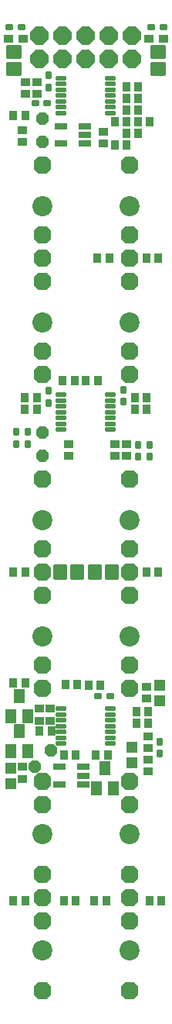
<source format=gbr>
%TF.GenerationSoftware,KiCad,Pcbnew,7.0.5-0*%
%TF.CreationDate,2023-09-10T13:34:50+02:00*%
%TF.ProjectId,kinks,6b696e6b-732e-46b6-9963-61645f706362,rev?*%
%TF.SameCoordinates,Original*%
%TF.FileFunction,Soldermask,Top*%
%TF.FilePolarity,Negative*%
%FSLAX46Y46*%
G04 Gerber Fmt 4.6, Leading zero omitted, Abs format (unit mm)*
G04 Created by KiCad (PCBNEW 7.0.5-0) date 2023-09-10 13:34:50*
%MOMM*%
%LPD*%
G01*
G04 APERTURE LIST*
G04 Aperture macros list*
%AMRoundRect*
0 Rectangle with rounded corners*
0 $1 Rounding radius*
0 $2 $3 $4 $5 $6 $7 $8 $9 X,Y pos of 4 corners*
0 Add a 4 corners polygon primitive as box body*
4,1,4,$2,$3,$4,$5,$6,$7,$8,$9,$2,$3,0*
0 Add four circle primitives for the rounded corners*
1,1,$1+$1,$2,$3*
1,1,$1+$1,$4,$5*
1,1,$1+$1,$6,$7*
1,1,$1+$1,$8,$9*
0 Add four rect primitives between the rounded corners*
20,1,$1+$1,$2,$3,$4,$5,0*
20,1,$1+$1,$4,$5,$6,$7,0*
20,1,$1+$1,$6,$7,$8,$9,0*
20,1,$1+$1,$8,$9,$2,$3,0*%
%AMFreePoly0*
4,1,25,0.417216,0.947373,0.422118,0.942882,0.942882,0.422118,0.964910,0.374877,0.965200,0.368236,0.965200,-0.368236,0.947373,-0.417216,0.942882,-0.422118,0.422118,-0.942882,0.374877,-0.964910,0.368236,-0.965200,-0.368236,-0.965200,-0.417216,-0.947373,-0.422118,-0.942882,-0.942882,-0.422118,-0.964910,-0.374877,-0.965200,-0.368236,-0.965200,0.368236,-0.947373,0.417216,-0.942882,0.422118,
-0.422118,0.942882,-0.374877,0.964910,-0.368236,0.965200,0.368236,0.965200,0.417216,0.947373,0.417216,0.947373,$1*%
%AMFreePoly1*
4,1,25,0.301485,0.667973,0.306387,0.663482,0.663482,0.306387,0.685510,0.259146,0.685800,0.252505,0.685800,-0.252505,0.667973,-0.301485,0.663482,-0.306387,0.306387,-0.663482,0.259146,-0.685510,0.252505,-0.685800,-0.252505,-0.685800,-0.301485,-0.667973,-0.306387,-0.663482,-0.663482,-0.306387,-0.685510,-0.259146,-0.685800,-0.252505,-0.685800,0.252505,-0.667973,0.301485,-0.663482,0.306387,
-0.306387,0.663482,-0.259146,0.685510,-0.252505,0.685800,0.252505,0.685800,0.301485,0.667973,0.301485,0.667973,$1*%
%AMFreePoly2*
4,1,25,0.438258,0.998173,0.443160,0.993682,0.993682,0.443160,1.015710,0.395919,1.016000,0.389278,1.016000,-0.389278,0.998173,-0.438258,0.993682,-0.443160,0.443160,-0.993682,0.395919,-1.015710,0.389278,-1.016000,-0.389278,-1.016000,-0.438258,-0.998173,-0.443160,-0.993682,-0.993682,-0.443160,-1.015710,-0.395919,-1.016000,-0.389278,-1.016000,0.389278,-0.998173,0.438258,-0.993682,0.443160,
-0.443160,0.993682,-0.395919,1.015710,-0.389278,1.016000,0.389278,1.016000,0.438258,0.998173,0.438258,0.998173,$1*%
G04 Aperture macros list end*
%ADD10RoundRect,0.076200X-0.250000X0.350000X-0.250000X-0.350000X0.250000X-0.350000X0.250000X0.350000X0*%
%ADD11RoundRect,0.076200X0.250000X-0.350000X0.250000X0.350000X-0.250000X0.350000X-0.250000X-0.350000X0*%
%ADD12RoundRect,0.076200X-0.350000X-0.250000X0.350000X-0.250000X0.350000X0.250000X-0.350000X0.250000X0*%
%ADD13RoundRect,0.076200X0.350000X0.250000X-0.350000X0.250000X-0.350000X-0.250000X0.350000X-0.250000X0*%
%ADD14RoundRect,0.076200X-0.350000X-0.450000X0.350000X-0.450000X0.350000X0.450000X-0.350000X0.450000X0*%
%ADD15RoundRect,0.076200X0.350000X0.450000X-0.350000X0.450000X-0.350000X-0.450000X0.350000X-0.450000X0*%
%ADD16RoundRect,0.076200X0.600000X-0.300000X0.600000X0.300000X-0.600000X0.300000X-0.600000X-0.300000X0*%
%ADD17RoundRect,0.076200X-0.450000X0.350000X-0.450000X-0.350000X0.450000X-0.350000X0.450000X0.350000X0*%
%ADD18RoundRect,0.076200X-0.495300X0.152400X-0.495300X-0.152400X0.495300X-0.152400X0.495300X0.152400X0*%
%ADD19C,2.200000*%
%ADD20FreePoly0,0.000000*%
%ADD21RoundRect,0.076200X0.425000X0.350000X-0.425000X0.350000X-0.425000X-0.350000X0.425000X-0.350000X0*%
%ADD22FreePoly0,180.000000*%
%ADD23RoundRect,0.076200X0.450000X-0.350000X0.450000X0.350000X-0.450000X0.350000X-0.450000X-0.350000X0*%
%ADD24RoundRect,0.076200X-0.500000X0.550000X-0.500000X-0.550000X0.500000X-0.550000X0.500000X0.550000X0*%
%ADD25RoundRect,0.076200X-0.750000X0.650000X-0.750000X-0.650000X0.750000X-0.650000X0.750000X0.650000X0*%
%ADD26RoundRect,0.076200X0.650000X0.750000X-0.650000X0.750000X-0.650000X-0.750000X0.650000X-0.750000X0*%
%ADD27FreePoly1,90.000000*%
%ADD28FreePoly1,225.000000*%
%ADD29RoundRect,0.076200X-0.500000X-0.700000X0.500000X-0.700000X0.500000X0.700000X-0.500000X0.700000X0*%
%ADD30RoundRect,0.076200X-0.425000X-0.350000X0.425000X-0.350000X0.425000X0.350000X-0.425000X0.350000X0*%
%ADD31RoundRect,0.076200X0.750000X-0.650000X0.750000X0.650000X-0.750000X0.650000X-0.750000X-0.650000X0*%
%ADD32FreePoly2,0.000000*%
G04 APERTURE END LIST*
D10*
%TO.C,D3*%
X144383600Y-58634150D03*
X144383600Y-57334150D03*
%TD*%
D11*
%TO.C,D6*%
X152638600Y-91682950D03*
X152638600Y-92982950D03*
%TD*%
D10*
%TO.C,D5*%
X144383600Y-93083050D03*
X144383600Y-91783050D03*
%TD*%
%TO.C,D10*%
X155496100Y-98956750D03*
X155496100Y-97656750D03*
%TD*%
%TO.C,D9*%
X154226100Y-98956750D03*
X154226100Y-97656750D03*
%TD*%
D12*
%TO.C,D1*%
X141432900Y-52060350D03*
X140132900Y-52060350D03*
%TD*%
%TO.C,D2*%
X156989800Y-52060450D03*
X155689800Y-52060450D03*
%TD*%
D11*
%TO.C,D12*%
X156607500Y-130100750D03*
X156607500Y-131400750D03*
%TD*%
%TO.C,D7*%
X140891100Y-96286750D03*
X140891100Y-97586750D03*
%TD*%
D13*
%TO.C,D4*%
X142969200Y-60395050D03*
X144269200Y-60395050D03*
%TD*%
D11*
%TO.C,D8*%
X142161100Y-96286750D03*
X142161100Y-97586750D03*
%TD*%
D13*
%TO.C,D11*%
X149874800Y-125085250D03*
X151174800Y-125085250D03*
%TD*%
D14*
%TO.C,R7*%
X151671100Y-62379250D03*
X152971100Y-62379250D03*
%TD*%
D15*
%TO.C,R17*%
X143128600Y-93811750D03*
X141828600Y-93811750D03*
%TD*%
%TO.C,R34*%
X141858600Y-147469250D03*
X140558600Y-147469250D03*
%TD*%
D16*
%TO.C,IC5*%
X148229500Y-134766750D03*
X148229500Y-133816750D03*
X148229500Y-132866750D03*
X145617500Y-132866750D03*
X145617500Y-134766750D03*
%TD*%
D17*
%TO.C,R27*%
X144542300Y-126499150D03*
X144542300Y-127799150D03*
%TD*%
D15*
%TO.C,R23*%
X156463600Y-111591750D03*
X155163600Y-111591750D03*
%TD*%
%TO.C,R36*%
X156781100Y-147469250D03*
X155481100Y-147469250D03*
%TD*%
D18*
%TO.C,IC4*%
X145793300Y-126514350D03*
X145793300Y-127149350D03*
X145793300Y-127784350D03*
X145793300Y-128419350D03*
X145793300Y-129054350D03*
X145793300Y-129689350D03*
X145793300Y-130324350D03*
X151228900Y-130324350D03*
X151228900Y-129689350D03*
X151228900Y-129054350D03*
X151228900Y-128419350D03*
X151228900Y-127784350D03*
X151228900Y-127149350D03*
X151228900Y-126514350D03*
%TD*%
D15*
%TO.C,C7*%
X147573600Y-123815450D03*
X146273600Y-123815450D03*
%TD*%
D19*
%TO.C,J8*%
X153273600Y-118576750D03*
D20*
X153273600Y-124291750D03*
X153273600Y-121751750D03*
X153273600Y-114131750D03*
%TD*%
D17*
%TO.C,R10*%
X141526100Y-63316750D03*
X141526100Y-64616750D03*
%TD*%
D21*
%TO.C,L2*%
X141632100Y-53330550D03*
X140032100Y-53330550D03*
%TD*%
D19*
%TO.C,J11*%
X143748600Y-152866750D03*
D22*
X143748600Y-147151750D03*
X143748600Y-149691750D03*
X143748600Y-157311750D03*
%TD*%
D23*
%TO.C,R33*%
X141526100Y-134149250D03*
X141526100Y-132849250D03*
%TD*%
D15*
%TO.C,R12*%
X152971100Y-64919250D03*
X151671100Y-64919250D03*
%TD*%
D14*
%TO.C,R22*%
X140558600Y-111591750D03*
X141858600Y-111591750D03*
%TD*%
D24*
%TO.C,C11*%
X153591100Y-130744250D03*
X153591100Y-132444250D03*
%TD*%
D19*
%TO.C,J3*%
X143748600Y-84286750D03*
D20*
X143748600Y-90001750D03*
X143748600Y-87461750D03*
X143748600Y-79841750D03*
%TD*%
D19*
%TO.C,J10*%
X153273600Y-140166750D03*
D22*
X153273600Y-134451750D03*
X153273600Y-136991750D03*
X153273600Y-144611750D03*
%TD*%
D18*
%TO.C,IC1*%
X145793300Y-57616750D03*
X145793300Y-58251750D03*
X145793300Y-58886750D03*
X145793300Y-59521750D03*
X145793300Y-60156750D03*
X145793300Y-60791750D03*
X145793300Y-61426750D03*
X151228900Y-61426750D03*
X151228900Y-60791750D03*
X151228900Y-60156750D03*
X151228900Y-59521750D03*
X151228900Y-58886750D03*
X151228900Y-58251750D03*
X151228900Y-57616750D03*
%TD*%
D17*
%TO.C,C10*%
X143431300Y-126499050D03*
X143431300Y-127799050D03*
%TD*%
D25*
%TO.C,C2*%
X140573400Y-54762050D03*
X140573400Y-56662050D03*
%TD*%
D23*
%TO.C,R19*%
X146606100Y-98906750D03*
X146606100Y-97606750D03*
%TD*%
D14*
%TO.C,R4*%
X152941100Y-59839250D03*
X154241100Y-59839250D03*
%TD*%
D26*
%TO.C,C5*%
X151366200Y-111591550D03*
X149466200Y-111591550D03*
%TD*%
D19*
%TO.C,J7*%
X143748600Y-118576750D03*
D20*
X143748600Y-124291750D03*
X143748600Y-121751750D03*
X143748600Y-114131750D03*
%TD*%
D15*
%TO.C,R29*%
X144716100Y-128895550D03*
X143416100Y-128895550D03*
%TD*%
%TO.C,C8*%
X150113600Y-123974250D03*
X148813600Y-123974250D03*
%TD*%
%TO.C,R28*%
X155352400Y-128101850D03*
X154052400Y-128101850D03*
%TD*%
D27*
%TO.C,LED2*%
X143748600Y-98891750D03*
X143748600Y-96351750D03*
%TD*%
D19*
%TO.C,J6*%
X153273600Y-105876750D03*
D20*
X153273600Y-111591750D03*
X153273600Y-109051750D03*
X153273600Y-101431750D03*
%TD*%
D16*
%TO.C,IC2*%
X148388300Y-64758050D03*
X148388300Y-63808050D03*
X148388300Y-62858050D03*
X145776300Y-62858050D03*
X145776300Y-64758050D03*
%TD*%
D23*
%TO.C,R25*%
X155178700Y-125417950D03*
X155178700Y-124117950D03*
%TD*%
D28*
%TO.C,LED3*%
X144646626Y-131013724D03*
X142850574Y-132809776D03*
%TD*%
D15*
%TO.C,C4*%
X149796200Y-90636750D03*
X148496200Y-90636750D03*
%TD*%
D17*
%TO.C,R21*%
X152956100Y-97606750D03*
X152956100Y-98906750D03*
%TD*%
D19*
%TO.C,J5*%
X143748600Y-105876750D03*
D20*
X143748600Y-111591750D03*
X143748600Y-109051750D03*
X143748600Y-101431750D03*
%TD*%
D19*
%TO.C,J2*%
X153273600Y-71586750D03*
D20*
X153273600Y-77301750D03*
X153273600Y-74761750D03*
X153273600Y-67141750D03*
%TD*%
D19*
%TO.C,J12*%
X153273600Y-152866750D03*
D22*
X153273600Y-147151750D03*
X153273600Y-149691750D03*
X153273600Y-157311750D03*
%TD*%
D15*
%TO.C,R35*%
X150748600Y-147469250D03*
X149448600Y-147469250D03*
%TD*%
D14*
%TO.C,R5*%
X152941100Y-61109250D03*
X154241100Y-61109250D03*
%TD*%
D29*
%TO.C,Q3*%
X149624700Y-135234150D03*
X151524700Y-135234150D03*
X150574700Y-133034150D03*
%TD*%
D15*
%TO.C,R26*%
X155352300Y-126831850D03*
X154052300Y-126831850D03*
%TD*%
D14*
%TO.C,R37*%
X146114900Y-147469350D03*
X147414900Y-147469350D03*
%TD*%
D23*
%TO.C,C12*%
X155337400Y-133355450D03*
X155337400Y-132055450D03*
%TD*%
D17*
%TO.C,R2*%
X141843600Y-58077950D03*
X141843600Y-59377950D03*
%TD*%
D14*
%TO.C,R31*%
X146114900Y-131594150D03*
X147414900Y-131594150D03*
%TD*%
D15*
%TO.C,R15*%
X143128600Y-92541750D03*
X141828600Y-92541750D03*
%TD*%
D14*
%TO.C,R24*%
X140558600Y-123656850D03*
X141858600Y-123656850D03*
%TD*%
D15*
%TO.C,R32*%
X150907200Y-131594150D03*
X149607200Y-131594150D03*
%TD*%
D14*
%TO.C,R9*%
X152941100Y-63649250D03*
X154241100Y-63649250D03*
%TD*%
%TO.C,R14*%
X155163600Y-77301750D03*
X156463600Y-77301750D03*
%TD*%
D15*
%TO.C,R6*%
X141858600Y-61744250D03*
X140558600Y-61744250D03*
%TD*%
D30*
%TO.C,L1*%
X155389800Y-53330450D03*
X156989800Y-53330450D03*
%TD*%
D27*
%TO.C,LED1*%
X143748600Y-64601750D03*
X143748600Y-62061750D03*
%TD*%
D23*
%TO.C,R11*%
X150416100Y-64775450D03*
X150416100Y-63475450D03*
%TD*%
D24*
%TO.C,C9*%
X156607300Y-123917950D03*
X156607300Y-125617950D03*
%TD*%
D15*
%TO.C,R13*%
X151066100Y-77301750D03*
X149766100Y-77301750D03*
%TD*%
%TO.C,C3*%
X147256100Y-90636750D03*
X145956100Y-90636750D03*
%TD*%
D29*
%TO.C,Q1*%
X140258600Y-127296750D03*
X141208600Y-125096750D03*
X142158600Y-127296750D03*
%TD*%
D24*
%TO.C,C13*%
X140256300Y-132966750D03*
X140256300Y-134666750D03*
%TD*%
D23*
%TO.C,R30*%
X155337400Y-130815450D03*
X155337400Y-129515450D03*
%TD*%
D19*
%TO.C,J9*%
X143748600Y-140166750D03*
D22*
X143748600Y-134451750D03*
X143748600Y-136991750D03*
X143748600Y-144611750D03*
%TD*%
D18*
%TO.C,IC3*%
X145793300Y-92224250D03*
X145793300Y-92859250D03*
X145793300Y-93494250D03*
X145793300Y-94129250D03*
X145793300Y-94764250D03*
X145793300Y-95399250D03*
X145793300Y-96034250D03*
X151228900Y-96034250D03*
X151228900Y-95399250D03*
X151228900Y-94764250D03*
X151228900Y-94129250D03*
X151228900Y-93494250D03*
X151228900Y-92859250D03*
X151228900Y-92224250D03*
%TD*%
D14*
%TO.C,R18*%
X153893600Y-93811750D03*
X155193600Y-93811750D03*
%TD*%
D19*
%TO.C,J4*%
X153273600Y-84286750D03*
D20*
X153273600Y-90001750D03*
X153273600Y-87461750D03*
X153273600Y-79841750D03*
%TD*%
D14*
%TO.C,R8*%
X154211100Y-62379250D03*
X155511100Y-62379250D03*
%TD*%
D29*
%TO.C,Q2*%
X140258700Y-131106650D03*
X141208700Y-128906650D03*
X142158700Y-131106650D03*
%TD*%
D23*
%TO.C,R3*%
X143113600Y-59377950D03*
X143113600Y-58077950D03*
%TD*%
D26*
%TO.C,C6*%
X147556100Y-111591650D03*
X145656100Y-111591650D03*
%TD*%
D15*
%TO.C,R1*%
X154241100Y-58569250D03*
X152941100Y-58569250D03*
%TD*%
D14*
%TO.C,R16*%
X153893600Y-92541750D03*
X155193600Y-92541750D03*
%TD*%
D19*
%TO.C,J1*%
X143748600Y-71586750D03*
D20*
X143748600Y-77301750D03*
X143748600Y-74761750D03*
X143748600Y-67141750D03*
%TD*%
D31*
%TO.C,C1*%
X156448600Y-56661650D03*
X156448600Y-54761650D03*
%TD*%
D17*
%TO.C,R20*%
X151686100Y-97606750D03*
X151686100Y-98906750D03*
%TD*%
D32*
%TO.C,JP1*%
X143431100Y-53012950D03*
X143431100Y-55552950D03*
X145971100Y-53012950D03*
X145971100Y-55552950D03*
X148511100Y-53012950D03*
X148511100Y-55552950D03*
X151051100Y-53012950D03*
X151051100Y-55552950D03*
X153591100Y-53012950D03*
X153591100Y-55552950D03*
%TD*%
M02*

</source>
